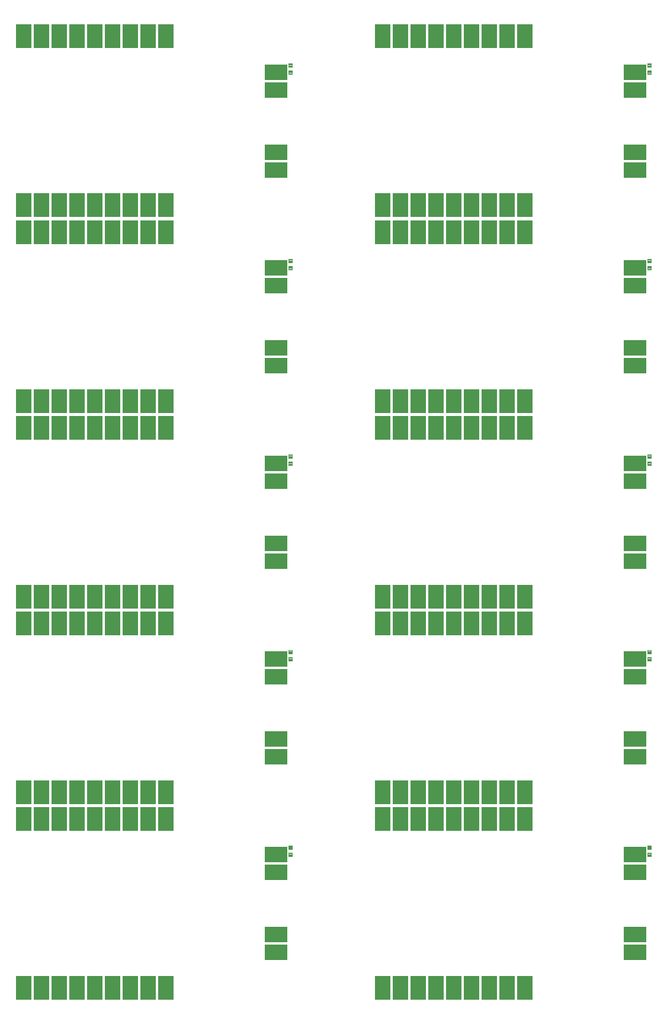
<source format=gbp>
G04 EAGLE Gerber RS-274X export*
G75*
%MOMM*%
%FSLAX34Y34*%
%LPD*%
%INSolderpaste Bottom*%
%IPPOS*%
%AMOC8*
5,1,8,0,0,1.08239X$1,22.5*%
G01*
%ADD10R,2.200000X3.400000*%
%ADD11R,3.254000X2.254000*%
%ADD12C,0.102000*%


D10*
X63600Y258211D03*
D11*
X424600Y207211D03*
X424600Y181811D03*
X424600Y92611D03*
X424600Y67211D03*
D10*
X89000Y258211D03*
X114400Y258211D03*
X139800Y258211D03*
X165200Y258211D03*
X190600Y258211D03*
X216000Y258211D03*
X241400Y258211D03*
X266800Y258211D03*
X63600Y16911D03*
X89000Y16911D03*
X114400Y16911D03*
X139800Y16911D03*
X165200Y16911D03*
X190600Y16911D03*
X216000Y16911D03*
X241400Y16911D03*
X266800Y16911D03*
D12*
X442010Y214651D02*
X442010Y219631D01*
X446990Y219631D01*
X446990Y214651D01*
X442010Y214651D01*
X442010Y215620D02*
X446990Y215620D01*
X446990Y216589D02*
X442010Y216589D01*
X442010Y217558D02*
X446990Y217558D01*
X446990Y218527D02*
X442010Y218527D01*
X442010Y219496D02*
X446990Y219496D01*
X442010Y209631D02*
X442010Y204651D01*
X442010Y209631D02*
X446990Y209631D01*
X446990Y204651D01*
X442010Y204651D01*
X442010Y205620D02*
X446990Y205620D01*
X446990Y206589D02*
X442010Y206589D01*
X442010Y207558D02*
X446990Y207558D01*
X446990Y208527D02*
X442010Y208527D01*
X442010Y209496D02*
X446990Y209496D01*
D10*
X576680Y258211D03*
D11*
X937680Y207211D03*
X937680Y181811D03*
X937680Y92611D03*
X937680Y67211D03*
D10*
X602080Y258211D03*
X627480Y258211D03*
X652880Y258211D03*
X678280Y258211D03*
X703680Y258211D03*
X729080Y258211D03*
X754480Y258211D03*
X779880Y258211D03*
X576680Y16911D03*
X602080Y16911D03*
X627480Y16911D03*
X652880Y16911D03*
X678280Y16911D03*
X703680Y16911D03*
X729080Y16911D03*
X754480Y16911D03*
X779880Y16911D03*
D12*
X955090Y214651D02*
X955090Y219631D01*
X960070Y219631D01*
X960070Y214651D01*
X955090Y214651D01*
X955090Y215620D02*
X960070Y215620D01*
X960070Y216589D02*
X955090Y216589D01*
X955090Y217558D02*
X960070Y217558D01*
X960070Y218527D02*
X955090Y218527D01*
X955090Y219496D02*
X960070Y219496D01*
X955090Y209631D02*
X955090Y204651D01*
X955090Y209631D02*
X960070Y209631D01*
X960070Y204651D01*
X955090Y204651D01*
X955090Y205620D02*
X960070Y205620D01*
X960070Y206589D02*
X955090Y206589D01*
X955090Y207558D02*
X960070Y207558D01*
X960070Y208527D02*
X955090Y208527D01*
X955090Y209496D02*
X960070Y209496D01*
D10*
X63600Y537687D03*
D11*
X424600Y486687D03*
X424600Y461287D03*
X424600Y372087D03*
X424600Y346687D03*
D10*
X89000Y537687D03*
X114400Y537687D03*
X139800Y537687D03*
X165200Y537687D03*
X190600Y537687D03*
X216000Y537687D03*
X241400Y537687D03*
X266800Y537687D03*
X63600Y296387D03*
X89000Y296387D03*
X114400Y296387D03*
X139800Y296387D03*
X165200Y296387D03*
X190600Y296387D03*
X216000Y296387D03*
X241400Y296387D03*
X266800Y296387D03*
D12*
X442010Y494127D02*
X442010Y499107D01*
X446990Y499107D01*
X446990Y494127D01*
X442010Y494127D01*
X442010Y495096D02*
X446990Y495096D01*
X446990Y496065D02*
X442010Y496065D01*
X442010Y497034D02*
X446990Y497034D01*
X446990Y498003D02*
X442010Y498003D01*
X442010Y498972D02*
X446990Y498972D01*
X442010Y489107D02*
X442010Y484127D01*
X442010Y489107D02*
X446990Y489107D01*
X446990Y484127D01*
X442010Y484127D01*
X442010Y485096D02*
X446990Y485096D01*
X446990Y486065D02*
X442010Y486065D01*
X442010Y487034D02*
X446990Y487034D01*
X446990Y488003D02*
X442010Y488003D01*
X442010Y488972D02*
X446990Y488972D01*
D10*
X576680Y537687D03*
D11*
X937680Y486687D03*
X937680Y461287D03*
X937680Y372087D03*
X937680Y346687D03*
D10*
X602080Y537687D03*
X627480Y537687D03*
X652880Y537687D03*
X678280Y537687D03*
X703680Y537687D03*
X729080Y537687D03*
X754480Y537687D03*
X779880Y537687D03*
X576680Y296387D03*
X602080Y296387D03*
X627480Y296387D03*
X652880Y296387D03*
X678280Y296387D03*
X703680Y296387D03*
X729080Y296387D03*
X754480Y296387D03*
X779880Y296387D03*
D12*
X955090Y494127D02*
X955090Y499107D01*
X960070Y499107D01*
X960070Y494127D01*
X955090Y494127D01*
X955090Y495096D02*
X960070Y495096D01*
X960070Y496065D02*
X955090Y496065D01*
X955090Y497034D02*
X960070Y497034D01*
X960070Y498003D02*
X955090Y498003D01*
X955090Y498972D02*
X960070Y498972D01*
X955090Y489107D02*
X955090Y484127D01*
X955090Y489107D02*
X960070Y489107D01*
X960070Y484127D01*
X955090Y484127D01*
X955090Y485096D02*
X960070Y485096D01*
X960070Y486065D02*
X955090Y486065D01*
X955090Y487034D02*
X960070Y487034D01*
X960070Y488003D02*
X955090Y488003D01*
X955090Y488972D02*
X960070Y488972D01*
D10*
X63600Y817163D03*
D11*
X424600Y766163D03*
X424600Y740763D03*
X424600Y651563D03*
X424600Y626163D03*
D10*
X89000Y817163D03*
X114400Y817163D03*
X139800Y817163D03*
X165200Y817163D03*
X190600Y817163D03*
X216000Y817163D03*
X241400Y817163D03*
X266800Y817163D03*
X63600Y575863D03*
X89000Y575863D03*
X114400Y575863D03*
X139800Y575863D03*
X165200Y575863D03*
X190600Y575863D03*
X216000Y575863D03*
X241400Y575863D03*
X266800Y575863D03*
D12*
X442010Y773603D02*
X442010Y778583D01*
X446990Y778583D01*
X446990Y773603D01*
X442010Y773603D01*
X442010Y774572D02*
X446990Y774572D01*
X446990Y775541D02*
X442010Y775541D01*
X442010Y776510D02*
X446990Y776510D01*
X446990Y777479D02*
X442010Y777479D01*
X442010Y778448D02*
X446990Y778448D01*
X442010Y768583D02*
X442010Y763603D01*
X442010Y768583D02*
X446990Y768583D01*
X446990Y763603D01*
X442010Y763603D01*
X442010Y764572D02*
X446990Y764572D01*
X446990Y765541D02*
X442010Y765541D01*
X442010Y766510D02*
X446990Y766510D01*
X446990Y767479D02*
X442010Y767479D01*
X442010Y768448D02*
X446990Y768448D01*
D10*
X576680Y817163D03*
D11*
X937680Y766163D03*
X937680Y740763D03*
X937680Y651563D03*
X937680Y626163D03*
D10*
X602080Y817163D03*
X627480Y817163D03*
X652880Y817163D03*
X678280Y817163D03*
X703680Y817163D03*
X729080Y817163D03*
X754480Y817163D03*
X779880Y817163D03*
X576680Y575863D03*
X602080Y575863D03*
X627480Y575863D03*
X652880Y575863D03*
X678280Y575863D03*
X703680Y575863D03*
X729080Y575863D03*
X754480Y575863D03*
X779880Y575863D03*
D12*
X955090Y773603D02*
X955090Y778583D01*
X960070Y778583D01*
X960070Y773603D01*
X955090Y773603D01*
X955090Y774572D02*
X960070Y774572D01*
X960070Y775541D02*
X955090Y775541D01*
X955090Y776510D02*
X960070Y776510D01*
X960070Y777479D02*
X955090Y777479D01*
X955090Y778448D02*
X960070Y778448D01*
X955090Y768583D02*
X955090Y763603D01*
X955090Y768583D02*
X960070Y768583D01*
X960070Y763603D01*
X955090Y763603D01*
X955090Y764572D02*
X960070Y764572D01*
X960070Y765541D02*
X955090Y765541D01*
X955090Y766510D02*
X960070Y766510D01*
X960070Y767479D02*
X955090Y767479D01*
X955090Y768448D02*
X960070Y768448D01*
D10*
X63600Y1096639D03*
D11*
X424600Y1045639D03*
X424600Y1020239D03*
X424600Y931039D03*
X424600Y905639D03*
D10*
X89000Y1096639D03*
X114400Y1096639D03*
X139800Y1096639D03*
X165200Y1096639D03*
X190600Y1096639D03*
X216000Y1096639D03*
X241400Y1096639D03*
X266800Y1096639D03*
X63600Y855339D03*
X89000Y855339D03*
X114400Y855339D03*
X139800Y855339D03*
X165200Y855339D03*
X190600Y855339D03*
X216000Y855339D03*
X241400Y855339D03*
X266800Y855339D03*
D12*
X442010Y1053079D02*
X442010Y1058059D01*
X446990Y1058059D01*
X446990Y1053079D01*
X442010Y1053079D01*
X442010Y1054048D02*
X446990Y1054048D01*
X446990Y1055017D02*
X442010Y1055017D01*
X442010Y1055986D02*
X446990Y1055986D01*
X446990Y1056955D02*
X442010Y1056955D01*
X442010Y1057924D02*
X446990Y1057924D01*
X442010Y1048059D02*
X442010Y1043079D01*
X442010Y1048059D02*
X446990Y1048059D01*
X446990Y1043079D01*
X442010Y1043079D01*
X442010Y1044048D02*
X446990Y1044048D01*
X446990Y1045017D02*
X442010Y1045017D01*
X442010Y1045986D02*
X446990Y1045986D01*
X446990Y1046955D02*
X442010Y1046955D01*
X442010Y1047924D02*
X446990Y1047924D01*
D10*
X576680Y1096639D03*
D11*
X937680Y1045639D03*
X937680Y1020239D03*
X937680Y931039D03*
X937680Y905639D03*
D10*
X602080Y1096639D03*
X627480Y1096639D03*
X652880Y1096639D03*
X678280Y1096639D03*
X703680Y1096639D03*
X729080Y1096639D03*
X754480Y1096639D03*
X779880Y1096639D03*
X576680Y855339D03*
X602080Y855339D03*
X627480Y855339D03*
X652880Y855339D03*
X678280Y855339D03*
X703680Y855339D03*
X729080Y855339D03*
X754480Y855339D03*
X779880Y855339D03*
D12*
X955090Y1053079D02*
X955090Y1058059D01*
X960070Y1058059D01*
X960070Y1053079D01*
X955090Y1053079D01*
X955090Y1054048D02*
X960070Y1054048D01*
X960070Y1055017D02*
X955090Y1055017D01*
X955090Y1055986D02*
X960070Y1055986D01*
X960070Y1056955D02*
X955090Y1056955D01*
X955090Y1057924D02*
X960070Y1057924D01*
X955090Y1048059D02*
X955090Y1043079D01*
X955090Y1048059D02*
X960070Y1048059D01*
X960070Y1043079D01*
X955090Y1043079D01*
X955090Y1044048D02*
X960070Y1044048D01*
X960070Y1045017D02*
X955090Y1045017D01*
X955090Y1045986D02*
X960070Y1045986D01*
X960070Y1046955D02*
X955090Y1046955D01*
X955090Y1047924D02*
X960070Y1047924D01*
D10*
X63600Y1376141D03*
D11*
X424600Y1325141D03*
X424600Y1299741D03*
X424600Y1210541D03*
X424600Y1185141D03*
D10*
X89000Y1376141D03*
X114400Y1376141D03*
X139800Y1376141D03*
X165200Y1376141D03*
X190600Y1376141D03*
X216000Y1376141D03*
X241400Y1376141D03*
X266800Y1376141D03*
X63600Y1134841D03*
X89000Y1134841D03*
X114400Y1134841D03*
X139800Y1134841D03*
X165200Y1134841D03*
X190600Y1134841D03*
X216000Y1134841D03*
X241400Y1134841D03*
X266800Y1134841D03*
D12*
X442010Y1332581D02*
X442010Y1337561D01*
X446990Y1337561D01*
X446990Y1332581D01*
X442010Y1332581D01*
X442010Y1333550D02*
X446990Y1333550D01*
X446990Y1334519D02*
X442010Y1334519D01*
X442010Y1335488D02*
X446990Y1335488D01*
X446990Y1336457D02*
X442010Y1336457D01*
X442010Y1337426D02*
X446990Y1337426D01*
X442010Y1327561D02*
X442010Y1322581D01*
X442010Y1327561D02*
X446990Y1327561D01*
X446990Y1322581D01*
X442010Y1322581D01*
X442010Y1323550D02*
X446990Y1323550D01*
X446990Y1324519D02*
X442010Y1324519D01*
X442010Y1325488D02*
X446990Y1325488D01*
X446990Y1326457D02*
X442010Y1326457D01*
X442010Y1327426D02*
X446990Y1327426D01*
D10*
X576680Y1376141D03*
D11*
X937680Y1325141D03*
X937680Y1299741D03*
X937680Y1210541D03*
X937680Y1185141D03*
D10*
X602080Y1376141D03*
X627480Y1376141D03*
X652880Y1376141D03*
X678280Y1376141D03*
X703680Y1376141D03*
X729080Y1376141D03*
X754480Y1376141D03*
X779880Y1376141D03*
X576680Y1134841D03*
X602080Y1134841D03*
X627480Y1134841D03*
X652880Y1134841D03*
X678280Y1134841D03*
X703680Y1134841D03*
X729080Y1134841D03*
X754480Y1134841D03*
X779880Y1134841D03*
D12*
X955090Y1332581D02*
X955090Y1337561D01*
X960070Y1337561D01*
X960070Y1332581D01*
X955090Y1332581D01*
X955090Y1333550D02*
X960070Y1333550D01*
X960070Y1334519D02*
X955090Y1334519D01*
X955090Y1335488D02*
X960070Y1335488D01*
X960070Y1336457D02*
X955090Y1336457D01*
X955090Y1337426D02*
X960070Y1337426D01*
X955090Y1327561D02*
X955090Y1322581D01*
X955090Y1327561D02*
X960070Y1327561D01*
X960070Y1322581D01*
X955090Y1322581D01*
X955090Y1323550D02*
X960070Y1323550D01*
X960070Y1324519D02*
X955090Y1324519D01*
X955090Y1325488D02*
X960070Y1325488D01*
X960070Y1326457D02*
X955090Y1326457D01*
X955090Y1327426D02*
X960070Y1327426D01*
M02*

</source>
